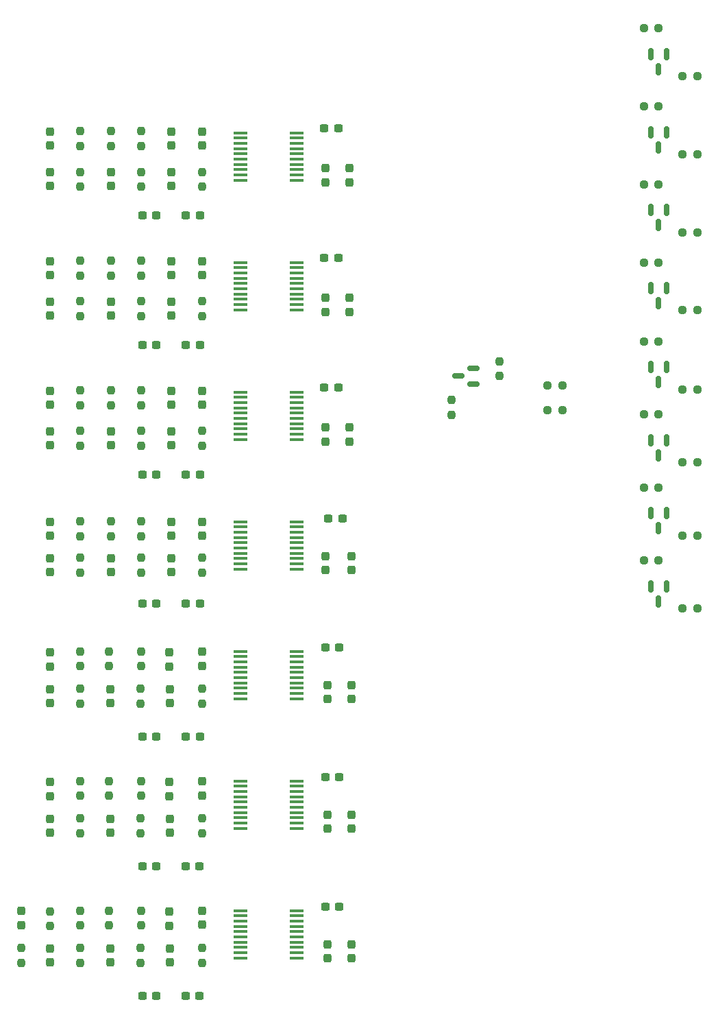
<source format=gbr>
%TF.GenerationSoftware,KiCad,Pcbnew,(6.0.7)*%
%TF.CreationDate,2022-09-16T15:15:22+01:00*%
%TF.ProjectId,iso_adc_cvm,69736f5f-6164-4635-9f63-766d2e6b6963,rev?*%
%TF.SameCoordinates,Original*%
%TF.FileFunction,Paste,Top*%
%TF.FilePolarity,Positive*%
%FSLAX46Y46*%
G04 Gerber Fmt 4.6, Leading zero omitted, Abs format (unit mm)*
G04 Created by KiCad (PCBNEW (6.0.7)) date 2022-09-16 15:15:22*
%MOMM*%
%LPD*%
G01*
G04 APERTURE LIST*
G04 Aperture macros list*
%AMRoundRect*
0 Rectangle with rounded corners*
0 $1 Rounding radius*
0 $2 $3 $4 $5 $6 $7 $8 $9 X,Y pos of 4 corners*
0 Add a 4 corners polygon primitive as box body*
4,1,4,$2,$3,$4,$5,$6,$7,$8,$9,$2,$3,0*
0 Add four circle primitives for the rounded corners*
1,1,$1+$1,$2,$3*
1,1,$1+$1,$4,$5*
1,1,$1+$1,$6,$7*
1,1,$1+$1,$8,$9*
0 Add four rect primitives between the rounded corners*
20,1,$1+$1,$2,$3,$4,$5,0*
20,1,$1+$1,$4,$5,$6,$7,0*
20,1,$1+$1,$6,$7,$8,$9,0*
20,1,$1+$1,$8,$9,$2,$3,0*%
G04 Aperture macros list end*
%ADD10RoundRect,0.237500X0.250000X0.237500X-0.250000X0.237500X-0.250000X-0.237500X0.250000X-0.237500X0*%
%ADD11RoundRect,0.237500X0.237500X-0.250000X0.237500X0.250000X-0.237500X0.250000X-0.237500X-0.250000X0*%
%ADD12RoundRect,0.237500X-0.237500X0.250000X-0.237500X-0.250000X0.237500X-0.250000X0.237500X0.250000X0*%
%ADD13RoundRect,0.150000X-0.150000X0.587500X-0.150000X-0.587500X0.150000X-0.587500X0.150000X0.587500X0*%
%ADD14RoundRect,0.150000X0.587500X0.150000X-0.587500X0.150000X-0.587500X-0.150000X0.587500X-0.150000X0*%
%ADD15R,1.705000X0.450000*%
%ADD16RoundRect,0.237500X-0.237500X0.300000X-0.237500X-0.300000X0.237500X-0.300000X0.237500X0.300000X0*%
%ADD17RoundRect,0.237500X-0.300000X-0.237500X0.300000X-0.237500X0.300000X0.237500X-0.300000X0.237500X0*%
%ADD18RoundRect,0.237500X0.300000X0.237500X-0.300000X0.237500X-0.300000X-0.237500X0.300000X-0.237500X0*%
%ADD19RoundRect,0.237500X0.237500X-0.300000X0.237500X0.300000X-0.237500X0.300000X-0.237500X-0.300000X0*%
%ADD20RoundRect,0.237500X-0.250000X-0.237500X0.250000X-0.237500X0.250000X0.237500X-0.250000X0.237500X0*%
G04 APERTURE END LIST*
D10*
%TO.C,R64*%
X119712500Y-47316700D03*
X117887500Y-47316700D03*
%TD*%
%TO.C,R63*%
X114950000Y-41416700D03*
X113125000Y-41416700D03*
%TD*%
%TO.C,R62*%
X119712500Y-66583300D03*
X117887500Y-66583300D03*
%TD*%
%TO.C,R61*%
X119712500Y-37683300D03*
X117887500Y-37683300D03*
%TD*%
%TO.C,R60*%
X114950000Y-60683300D03*
X113125000Y-60683300D03*
%TD*%
%TO.C,R59*%
X114950000Y-31783300D03*
X113125000Y-31783300D03*
%TD*%
D11*
%TO.C,R58*%
X89350000Y-77637500D03*
X89350000Y-79462500D03*
%TD*%
D10*
%TO.C,R57*%
X119712500Y-56950000D03*
X117887500Y-56950000D03*
%TD*%
%TO.C,R56*%
X119725000Y-76333300D03*
X117900000Y-76333300D03*
%TD*%
%TO.C,R55*%
X119725000Y-103383300D03*
X117900000Y-103383300D03*
%TD*%
%TO.C,R54*%
X119725000Y-85350000D03*
X117900000Y-85350000D03*
%TD*%
D11*
%TO.C,R53*%
X95250000Y-72875000D03*
X95250000Y-74700000D03*
%TD*%
D10*
%TO.C,R52*%
X114950000Y-51050000D03*
X113125000Y-51050000D03*
%TD*%
%TO.C,R51*%
X114962500Y-70433300D03*
X113137500Y-70433300D03*
%TD*%
%TO.C,R50*%
X114962500Y-97483300D03*
X113137500Y-97483300D03*
%TD*%
%TO.C,R49*%
X114962500Y-79450000D03*
X113137500Y-79450000D03*
%TD*%
%TO.C,R48*%
X119725000Y-94366700D03*
X117900000Y-94366700D03*
%TD*%
%TO.C,R47*%
X114962500Y-88466700D03*
X113137500Y-88466700D03*
%TD*%
D12*
%TO.C,R46*%
X58498000Y-147112500D03*
X58498000Y-145287500D03*
%TD*%
%TO.C,R45*%
X50878000Y-147112500D03*
X50878000Y-145287500D03*
%TD*%
%TO.C,R44*%
X43458000Y-147112500D03*
X43458000Y-145287500D03*
%TD*%
%TO.C,R43*%
X36150000Y-147112500D03*
X36150000Y-145287500D03*
%TD*%
%TO.C,R42*%
X50998000Y-140700000D03*
X50998000Y-142525000D03*
%TD*%
%TO.C,R41*%
X46998000Y-140700000D03*
X46998000Y-142525000D03*
%TD*%
%TO.C,R40*%
X43498000Y-140700000D03*
X43498000Y-142525000D03*
%TD*%
%TO.C,R39*%
X39748000Y-140787500D03*
X39748000Y-142612500D03*
%TD*%
D13*
%TO.C,Q9*%
X115900000Y-44579200D03*
X114000000Y-44579200D03*
X114950000Y-46454200D03*
%TD*%
%TO.C,Q8*%
X115900000Y-63845800D03*
X114000000Y-63845800D03*
X114950000Y-65720800D03*
%TD*%
%TO.C,Q7*%
X115900000Y-34945800D03*
X114000000Y-34945800D03*
X114950000Y-36820800D03*
%TD*%
D14*
%TO.C,Q6*%
X90212500Y-74700000D03*
X92087500Y-73750000D03*
X92087500Y-75650000D03*
%TD*%
D13*
%TO.C,Q5*%
X115900000Y-54212500D03*
X114000000Y-54212500D03*
X114950000Y-56087500D03*
%TD*%
%TO.C,Q4*%
X115912500Y-73595800D03*
X114012500Y-73595800D03*
X114962500Y-75470800D03*
%TD*%
%TO.C,Q3*%
X115912500Y-100645800D03*
X114012500Y-100645800D03*
X114962500Y-102520800D03*
%TD*%
%TO.C,Q2*%
X115912500Y-82612500D03*
X114012500Y-82612500D03*
X114962500Y-84487500D03*
%TD*%
%TO.C,Q1*%
X115912500Y-91629200D03*
X114012500Y-91629200D03*
X114962500Y-93504200D03*
%TD*%
D15*
%TO.C,IC7*%
X63250000Y-140675000D03*
X63250000Y-141325000D03*
X63250000Y-141975000D03*
X63250000Y-142625000D03*
X63250000Y-143275000D03*
X63250000Y-143925000D03*
X63250000Y-144575000D03*
X63250000Y-145225000D03*
X63250000Y-145875000D03*
X63250000Y-146525000D03*
X70246000Y-146525000D03*
X70246000Y-145875000D03*
X70246000Y-145225000D03*
X70246000Y-144575000D03*
X70246000Y-143925000D03*
X70246000Y-143275000D03*
X70246000Y-142625000D03*
X70246000Y-141975000D03*
X70246000Y-141325000D03*
X70246000Y-140675000D03*
%TD*%
D16*
%TO.C,C77*%
X73998000Y-144837500D03*
X73998000Y-146562500D03*
%TD*%
D17*
%TO.C,C76*%
X73773000Y-140200000D03*
X75498000Y-140200000D03*
%TD*%
D16*
%TO.C,C75*%
X76998000Y-144837500D03*
X76998000Y-146562500D03*
%TD*%
D17*
%TO.C,C74*%
X56515500Y-151200000D03*
X58240500Y-151200000D03*
%TD*%
D18*
%TO.C,C73*%
X52860500Y-151200000D03*
X51135500Y-151200000D03*
%TD*%
D16*
%TO.C,C72*%
X58498000Y-140725000D03*
X58498000Y-142450000D03*
%TD*%
%TO.C,C71*%
X54498000Y-140837500D03*
X54498000Y-142562500D03*
%TD*%
%TO.C,C70*%
X54588000Y-145337500D03*
X54588000Y-147062500D03*
%TD*%
%TO.C,C69*%
X47168000Y-145337500D03*
X47168000Y-147062500D03*
%TD*%
%TO.C,C68*%
X39748000Y-145337500D03*
X39748000Y-147062500D03*
%TD*%
D19*
%TO.C,C67*%
X36190000Y-142475000D03*
X36190000Y-140750000D03*
%TD*%
D16*
%TO.C,C2*%
X39750000Y-108837500D03*
X39750000Y-110562500D03*
%TD*%
D18*
%TO.C,C40*%
X52862500Y-54900000D03*
X51137500Y-54900000D03*
%TD*%
D12*
%TO.C,R25*%
X43500000Y-76487600D03*
X43500000Y-78312600D03*
%TD*%
D16*
%TO.C,C56*%
X77000000Y-112837500D03*
X77000000Y-114562500D03*
%TD*%
D12*
%TO.C,R4*%
X43500000Y-108700000D03*
X43500000Y-110525000D03*
%TD*%
%TO.C,R11*%
X51000000Y-97137500D03*
X51000000Y-98962500D03*
%TD*%
D17*
%TO.C,C45*%
X56517500Y-86900100D03*
X58242500Y-86900100D03*
%TD*%
D12*
%TO.C,R32*%
X43500000Y-65487600D03*
X43500000Y-67312600D03*
%TD*%
%TO.C,R26*%
X47250000Y-76487600D03*
X47250000Y-78312600D03*
%TD*%
%TO.C,R14*%
X50880000Y-113287500D03*
X50880000Y-115112500D03*
%TD*%
%TO.C,R5*%
X47000000Y-108700000D03*
X47000000Y-110525000D03*
%TD*%
%TO.C,R1*%
X43500000Y-92637500D03*
X43500000Y-94462500D03*
%TD*%
D17*
%TO.C,C52*%
X73637500Y-44150000D03*
X75362500Y-44150000D03*
%TD*%
D15*
%TO.C,IC4*%
X63252000Y-44675000D03*
X63252000Y-45325000D03*
X63252000Y-45975000D03*
X63252000Y-46625000D03*
X63252000Y-47275000D03*
X63252000Y-47925000D03*
X63252000Y-48575000D03*
X63252000Y-49225000D03*
X63252000Y-49875000D03*
X63252000Y-50525000D03*
X70248000Y-50525000D03*
X70248000Y-49875000D03*
X70248000Y-49225000D03*
X70248000Y-48575000D03*
X70248000Y-47925000D03*
X70248000Y-47275000D03*
X70248000Y-46625000D03*
X70248000Y-45975000D03*
X70248000Y-45325000D03*
X70248000Y-44675000D03*
%TD*%
D16*
%TO.C,C3*%
X39750000Y-97187500D03*
X39750000Y-98912500D03*
%TD*%
%TO.C,C31*%
X54750000Y-49537500D03*
X54750000Y-51262500D03*
%TD*%
D12*
%TO.C,R9*%
X50998000Y-124700000D03*
X50998000Y-126525000D03*
%TD*%
%TO.C,R2*%
X47250000Y-92637500D03*
X47250000Y-94462500D03*
%TD*%
D16*
%TO.C,C32*%
X39750000Y-60537600D03*
X39750000Y-62262600D03*
%TD*%
%TO.C,C46*%
X54750000Y-44537500D03*
X54750000Y-46262500D03*
%TD*%
%TO.C,C34*%
X39750000Y-65537600D03*
X39750000Y-67262600D03*
%TD*%
D12*
%TO.C,R19*%
X43500000Y-44487500D03*
X43500000Y-46312500D03*
%TD*%
D10*
%TO.C,R37*%
X101237500Y-75900000D03*
X103062500Y-75900000D03*
%TD*%
D16*
%TO.C,C36*%
X54750000Y-65537600D03*
X54750000Y-67262600D03*
%TD*%
D17*
%TO.C,C43*%
X56517500Y-54900000D03*
X58242500Y-54900000D03*
%TD*%
D16*
%TO.C,C23*%
X54498000Y-124837500D03*
X54498000Y-126562500D03*
%TD*%
D12*
%TO.C,R3*%
X51000000Y-92637500D03*
X51000000Y-94462500D03*
%TD*%
D16*
%TO.C,C50*%
X54750000Y-76537600D03*
X54750000Y-78262600D03*
%TD*%
%TO.C,C60*%
X73998000Y-128837500D03*
X73998000Y-130562500D03*
%TD*%
D12*
%TO.C,R29*%
X51000000Y-49487500D03*
X51000000Y-51312500D03*
%TD*%
%TO.C,R30*%
X58500000Y-49487500D03*
X58500000Y-51312500D03*
%TD*%
D16*
%TO.C,C47*%
X58500000Y-44537500D03*
X58500000Y-46262500D03*
%TD*%
D18*
%TO.C,C15*%
X52860500Y-135200000D03*
X51135500Y-135200000D03*
%TD*%
D17*
%TO.C,C18*%
X56515500Y-135200000D03*
X58240500Y-135200000D03*
%TD*%
D16*
%TO.C,C5*%
X54750000Y-97187500D03*
X54750000Y-98912500D03*
%TD*%
D18*
%TO.C,C13*%
X52862500Y-102800000D03*
X51137500Y-102800000D03*
%TD*%
D16*
%TO.C,C49*%
X58500000Y-60537600D03*
X58500000Y-62262600D03*
%TD*%
D12*
%TO.C,R34*%
X43500000Y-81487600D03*
X43500000Y-83312600D03*
%TD*%
D16*
%TO.C,C39*%
X54750000Y-81537600D03*
X54750000Y-83262600D03*
%TD*%
D15*
%TO.C,IC1*%
X63252000Y-92675000D03*
X63252000Y-93325000D03*
X63252000Y-93975000D03*
X63252000Y-94625000D03*
X63252000Y-95275000D03*
X63252000Y-95925000D03*
X63252000Y-96575000D03*
X63252000Y-97225000D03*
X63252000Y-97875000D03*
X63252000Y-98525000D03*
X70248000Y-98525000D03*
X70248000Y-97875000D03*
X70248000Y-97225000D03*
X70248000Y-96575000D03*
X70248000Y-95925000D03*
X70248000Y-95275000D03*
X70248000Y-94625000D03*
X70248000Y-93975000D03*
X70248000Y-93325000D03*
X70248000Y-92675000D03*
%TD*%
D17*
%TO.C,C27*%
X73773000Y-124200000D03*
X75498000Y-124200000D03*
%TD*%
D16*
%TO.C,C37*%
X39750000Y-81537600D03*
X39750000Y-83262600D03*
%TD*%
D12*
%TO.C,R18*%
X58498000Y-129287500D03*
X58498000Y-131112500D03*
%TD*%
%TO.C,R35*%
X51000000Y-81487600D03*
X51000000Y-83312600D03*
%TD*%
D16*
%TO.C,C21*%
X54500000Y-108837500D03*
X54500000Y-110562500D03*
%TD*%
D12*
%TO.C,R21*%
X51000000Y-44487500D03*
X51000000Y-46312500D03*
%TD*%
D18*
%TO.C,C41*%
X52862500Y-70900100D03*
X51137500Y-70900100D03*
%TD*%
D15*
%TO.C,IC3*%
X63250000Y-124675000D03*
X63250000Y-125325000D03*
X63250000Y-125975000D03*
X63250000Y-126625000D03*
X63250000Y-127275000D03*
X63250000Y-127925000D03*
X63250000Y-128575000D03*
X63250000Y-129225000D03*
X63250000Y-129875000D03*
X63250000Y-130525000D03*
X70246000Y-130525000D03*
X70246000Y-129875000D03*
X70246000Y-129225000D03*
X70246000Y-128575000D03*
X70246000Y-127925000D03*
X70246000Y-127275000D03*
X70246000Y-126625000D03*
X70246000Y-125975000D03*
X70246000Y-125325000D03*
X70246000Y-124675000D03*
%TD*%
D18*
%TO.C,C42*%
X52862500Y-86900100D03*
X51137500Y-86900100D03*
%TD*%
D12*
%TO.C,R23*%
X47250000Y-60487600D03*
X47250000Y-62312600D03*
%TD*%
%TO.C,R33*%
X58500000Y-65487600D03*
X58500000Y-67312600D03*
%TD*%
%TO.C,R22*%
X43500000Y-60487600D03*
X43500000Y-62312600D03*
%TD*%
%TO.C,R20*%
X47250000Y-44487500D03*
X47250000Y-46312500D03*
%TD*%
D16*
%TO.C,C35*%
X47250000Y-65537600D03*
X47250000Y-67262600D03*
%TD*%
%TO.C,C59*%
X74000000Y-112837500D03*
X74000000Y-114562500D03*
%TD*%
D12*
%TO.C,R31*%
X51000000Y-65487600D03*
X51000000Y-67312600D03*
%TD*%
%TO.C,R24*%
X51000000Y-60487600D03*
X51000000Y-62312600D03*
%TD*%
D16*
%TO.C,C64*%
X73750000Y-49037500D03*
X73750000Y-50762500D03*
%TD*%
%TO.C,C20*%
X58500000Y-92687500D03*
X58500000Y-94412500D03*
%TD*%
D17*
%TO.C,C16*%
X56517500Y-102800000D03*
X58242500Y-102800000D03*
%TD*%
D12*
%TO.C,R8*%
X46998000Y-124700000D03*
X46998000Y-126525000D03*
%TD*%
%TO.C,R17*%
X50878000Y-129287500D03*
X50878000Y-131112500D03*
%TD*%
D16*
%TO.C,C38*%
X47250000Y-81537600D03*
X47250000Y-83262600D03*
%TD*%
%TO.C,C8*%
X54590000Y-113337500D03*
X54590000Y-115062500D03*
%TD*%
%TO.C,C12*%
X54588000Y-129337500D03*
X54588000Y-131062500D03*
%TD*%
%TO.C,C48*%
X54750000Y-60537600D03*
X54750000Y-62262600D03*
%TD*%
D12*
%TO.C,R7*%
X43498000Y-124700000D03*
X43498000Y-126525000D03*
%TD*%
D16*
%TO.C,C65*%
X73750000Y-65037600D03*
X73750000Y-66762600D03*
%TD*%
%TO.C,C57*%
X76998000Y-128837500D03*
X76998000Y-130562500D03*
%TD*%
D17*
%TO.C,C17*%
X56517500Y-119200000D03*
X58242500Y-119200000D03*
%TD*%
D16*
%TO.C,C22*%
X58500000Y-108725000D03*
X58500000Y-110450000D03*
%TD*%
%TO.C,C10*%
X39748000Y-129337500D03*
X39748000Y-131062500D03*
%TD*%
D12*
%TO.C,R36*%
X58500000Y-81487600D03*
X58500000Y-83312600D03*
%TD*%
D16*
%TO.C,C24*%
X58498000Y-124725000D03*
X58498000Y-126450000D03*
%TD*%
%TO.C,C58*%
X73750000Y-96937500D03*
X73750000Y-98662500D03*
%TD*%
%TO.C,C61*%
X76750000Y-49037500D03*
X76750000Y-50762500D03*
%TD*%
D17*
%TO.C,C44*%
X56517500Y-70900100D03*
X58242500Y-70900100D03*
%TD*%
D16*
%TO.C,C62*%
X76750000Y-65037600D03*
X76750000Y-66762600D03*
%TD*%
%TO.C,C55*%
X77000000Y-96937500D03*
X77000000Y-98662500D03*
%TD*%
%TO.C,C28*%
X39750000Y-44537500D03*
X39750000Y-46262500D03*
%TD*%
%TO.C,C29*%
X39750000Y-49537500D03*
X39750000Y-51262500D03*
%TD*%
%TO.C,C11*%
X47168000Y-129337500D03*
X47168000Y-131062500D03*
%TD*%
D15*
%TO.C,IC2*%
X63252000Y-108675000D03*
X63252000Y-109325000D03*
X63252000Y-109975000D03*
X63252000Y-110625000D03*
X63252000Y-111275000D03*
X63252000Y-111925000D03*
X63252000Y-112575000D03*
X63252000Y-113225000D03*
X63252000Y-113875000D03*
X63252000Y-114525000D03*
X70248000Y-114525000D03*
X70248000Y-113875000D03*
X70248000Y-113225000D03*
X70248000Y-112575000D03*
X70248000Y-111925000D03*
X70248000Y-111275000D03*
X70248000Y-110625000D03*
X70248000Y-109975000D03*
X70248000Y-109325000D03*
X70248000Y-108675000D03*
%TD*%
D12*
%TO.C,R27*%
X51000000Y-76487600D03*
X51000000Y-78312600D03*
%TD*%
%TO.C,R28*%
X43500000Y-49487500D03*
X43500000Y-51312500D03*
%TD*%
%TO.C,R13*%
X43460000Y-113287500D03*
X43460000Y-115112500D03*
%TD*%
D16*
%TO.C,C7*%
X47170000Y-113337500D03*
X47170000Y-115062500D03*
%TD*%
%TO.C,C66*%
X73750000Y-81037600D03*
X73750000Y-82762600D03*
%TD*%
%TO.C,C9*%
X39748000Y-124837500D03*
X39748000Y-126562500D03*
%TD*%
D17*
%TO.C,C53*%
X73637500Y-60150100D03*
X75362500Y-60150100D03*
%TD*%
D16*
%TO.C,C33*%
X39750000Y-76537600D03*
X39750000Y-78262600D03*
%TD*%
%TO.C,C51*%
X58500000Y-76537600D03*
X58500000Y-78262600D03*
%TD*%
D18*
%TO.C,C14*%
X52862500Y-119200000D03*
X51137500Y-119200000D03*
%TD*%
D16*
%TO.C,C30*%
X47250000Y-49537500D03*
X47250000Y-51262500D03*
%TD*%
D12*
%TO.C,R15*%
X58500000Y-113287500D03*
X58500000Y-115112500D03*
%TD*%
D15*
%TO.C,IC5*%
X63252000Y-60675100D03*
X63252000Y-61325100D03*
X63252000Y-61975100D03*
X63252000Y-62625100D03*
X63252000Y-63275100D03*
X63252000Y-63925100D03*
X63252000Y-64575100D03*
X63252000Y-65225100D03*
X63252000Y-65875100D03*
X63252000Y-66525100D03*
X70248000Y-66525100D03*
X70248000Y-65875100D03*
X70248000Y-65225100D03*
X70248000Y-64575100D03*
X70248000Y-63925100D03*
X70248000Y-63275100D03*
X70248000Y-62625100D03*
X70248000Y-61975100D03*
X70248000Y-61325100D03*
X70248000Y-60675100D03*
%TD*%
D12*
%TO.C,R10*%
X43500000Y-97137500D03*
X43500000Y-98962500D03*
%TD*%
%TO.C,R12*%
X58500000Y-97137500D03*
X58500000Y-98962500D03*
%TD*%
D17*
%TO.C,C25*%
X74137500Y-92300000D03*
X75862500Y-92300000D03*
%TD*%
%TO.C,C54*%
X73637500Y-76150100D03*
X75362500Y-76150100D03*
%TD*%
D20*
%TO.C,R38*%
X103062500Y-78900000D03*
X101237500Y-78900000D03*
%TD*%
D17*
%TO.C,C26*%
X73775000Y-108200000D03*
X75500000Y-108200000D03*
%TD*%
D16*
%TO.C,C6*%
X39750000Y-113337500D03*
X39750000Y-115062500D03*
%TD*%
%TO.C,C4*%
X47250000Y-97187500D03*
X47250000Y-98912500D03*
%TD*%
D12*
%TO.C,R6*%
X51000000Y-108700000D03*
X51000000Y-110525000D03*
%TD*%
D16*
%TO.C,C1*%
X39750000Y-92687500D03*
X39750000Y-94412500D03*
%TD*%
%TO.C,C63*%
X76750000Y-81037600D03*
X76750000Y-82762600D03*
%TD*%
D15*
%TO.C,IC6*%
X63252000Y-76675100D03*
X63252000Y-77325100D03*
X63252000Y-77975100D03*
X63252000Y-78625100D03*
X63252000Y-79275100D03*
X63252000Y-79925100D03*
X63252000Y-80575100D03*
X63252000Y-81225100D03*
X63252000Y-81875100D03*
X63252000Y-82525100D03*
X70248000Y-82525100D03*
X70248000Y-81875100D03*
X70248000Y-81225100D03*
X70248000Y-80575100D03*
X70248000Y-79925100D03*
X70248000Y-79275100D03*
X70248000Y-78625100D03*
X70248000Y-77975100D03*
X70248000Y-77325100D03*
X70248000Y-76675100D03*
%TD*%
D16*
%TO.C,C19*%
X54750000Y-92687500D03*
X54750000Y-94412500D03*
%TD*%
D12*
%TO.C,R16*%
X43458000Y-129287500D03*
X43458000Y-131112500D03*
%TD*%
M02*

</source>
